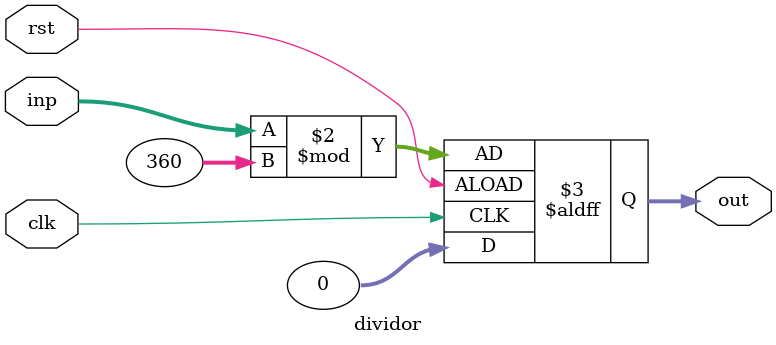
<source format=v>

`timescale 1ns / 100ps

`define INPUT_WIDTH 32
parameter [`INPUT_WIDTH-1:0]DIVISOR = `INPUT_WIDTH'd360 ; 


module dividor (clk, inp, rst, out);
  
  input clk;
  input [`INPUT_WIDTH-1:0] inp;
  input rst;

//////////////inputs/////////////////

  output  reg [`INPUT_WIDTH-1:0] out;

//////////////output/////////////////  
  
  
  
  always @ (posedge clk or negedge rst)

// modulo division 

   if(rst)
     out <= 8'd0 ;
   else 
    out <= inp % DIVISOR ;
    
    

   
     
 endmodule
  
</source>
